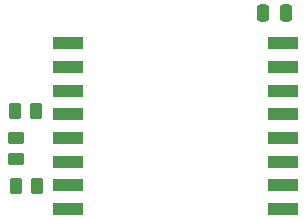
<source format=gbr>
%TF.GenerationSoftware,KiCad,Pcbnew,7.0.10*%
%TF.CreationDate,2024-01-17T19:36:25+01:00*%
%TF.ProjectId,RFM69HW_868,52464d36-3948-4575-9f38-36382e6b6963,rev?*%
%TF.SameCoordinates,Original*%
%TF.FileFunction,Paste,Top*%
%TF.FilePolarity,Positive*%
%FSLAX46Y46*%
G04 Gerber Fmt 4.6, Leading zero omitted, Abs format (unit mm)*
G04 Created by KiCad (PCBNEW 7.0.10) date 2024-01-17 19:36:25*
%MOMM*%
%LPD*%
G01*
G04 APERTURE LIST*
G04 Aperture macros list*
%AMRoundRect*
0 Rectangle with rounded corners*
0 $1 Rounding radius*
0 $2 $3 $4 $5 $6 $7 $8 $9 X,Y pos of 4 corners*
0 Add a 4 corners polygon primitive as box body*
4,1,4,$2,$3,$4,$5,$6,$7,$8,$9,$2,$3,0*
0 Add four circle primitives for the rounded corners*
1,1,$1+$1,$2,$3*
1,1,$1+$1,$4,$5*
1,1,$1+$1,$6,$7*
1,1,$1+$1,$8,$9*
0 Add four rect primitives between the rounded corners*
20,1,$1+$1,$2,$3,$4,$5,0*
20,1,$1+$1,$4,$5,$6,$7,0*
20,1,$1+$1,$6,$7,$8,$9,0*
20,1,$1+$1,$8,$9,$2,$3,0*%
G04 Aperture macros list end*
%ADD10RoundRect,0.250000X-0.262500X-0.450000X0.262500X-0.450000X0.262500X0.450000X-0.262500X0.450000X0*%
%ADD11RoundRect,0.250000X0.250000X0.475000X-0.250000X0.475000X-0.250000X-0.475000X0.250000X-0.475000X0*%
%ADD12RoundRect,0.250000X-0.450000X0.262500X-0.450000X-0.262500X0.450000X-0.262500X0.450000X0.262500X0*%
%ADD13R,2.500000X1.000000*%
G04 APERTURE END LIST*
D10*
%TO.C,M3*%
X121920000Y-54610000D03*
X123745000Y-54610000D03*
%TD*%
D11*
%TO.C,C1*%
X144780000Y-40005000D03*
X142880000Y-40005000D03*
%TD*%
D10*
%TO.C,M1*%
X121832500Y-48260000D03*
X123657500Y-48260000D03*
%TD*%
D12*
%TO.C,M2*%
X121920000Y-50522500D03*
X121920000Y-52347500D03*
%TD*%
D13*
%TO.C,U1*%
X144565000Y-56545000D03*
X144565000Y-54545000D03*
X144565000Y-52545000D03*
X144565000Y-50545000D03*
X144565000Y-48545000D03*
X144565000Y-46545000D03*
X144565000Y-44545000D03*
X144565000Y-42545000D03*
X126365000Y-42545000D03*
X126365000Y-44545000D03*
X126365000Y-46545000D03*
X126365000Y-48545000D03*
X126365000Y-50545000D03*
X126365000Y-52545000D03*
X126365000Y-54545000D03*
X126365000Y-56545000D03*
%TD*%
M02*

</source>
